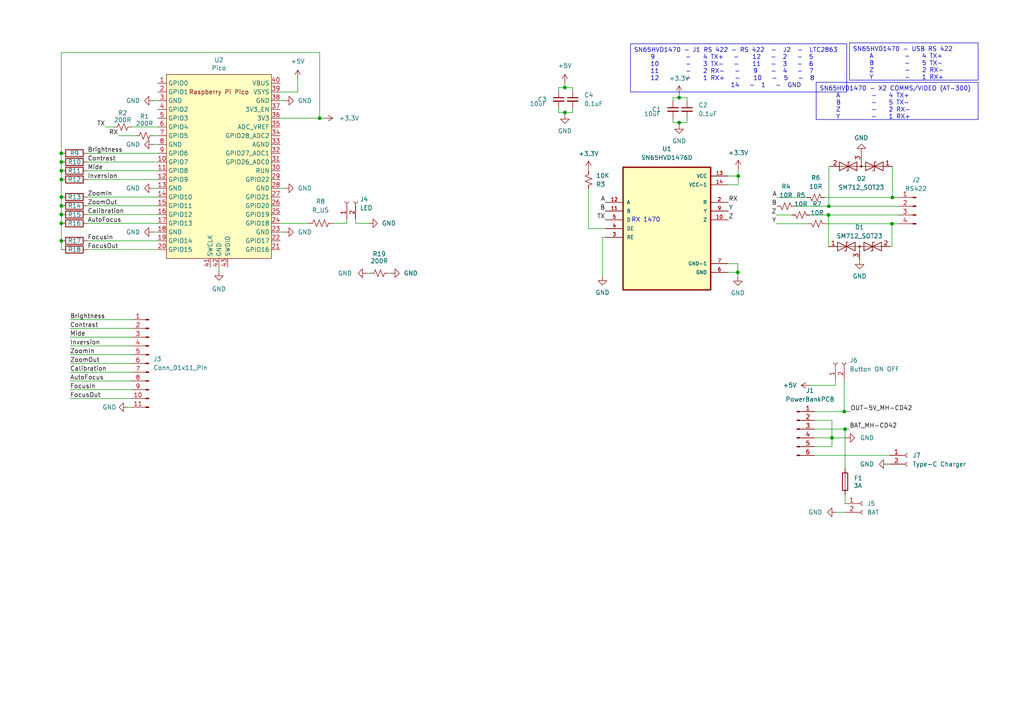
<source format=kicad_sch>
(kicad_sch (version 20231120) (generator "eeschema") (generator_version "8.0")
  (paper "A4")
  (lib_symbols
    (symbol "Connector:Conn_01x02_Socket" (pin_names (offset 1.016) hide)
      (property "Reference" "J" (at 0 2.54 0))
      (property "Value" "Conn_01x02_Socket" (at 0 -5.08 0))
      (symbol "Conn_01x02_Socket_1_1"
        (arc (start 0 -2.032) (mid -0.5058 -2.54) (end 0 -3.048) (stroke (width 0.1524)))
        (polyline (pts (xy -1.27 -2.54) (xy -0.508 -2.54)) (stroke (width 0.1524)))
        (polyline (pts (xy -1.27 0) (xy -0.508 0)) (stroke (width 0.1524)))
        (arc (start 0 0.508) (mid -0.5058 0) (end 0 -0.508) (stroke (width 0.1524)))
        (pin passive line (at -5.08 0 0) (length 3.81) (name "Pin_1") (number "1"))
        (pin passive line (at -5.08 -2.54 0) (length 3.81) (name "Pin_2") (number "2"))
      )
    )
    (symbol "Connector:Conn_01x04_Pin" (pin_names (offset 1.016) hide)
      (property "Reference" "J" (at 0 5.08 0))
      (property "Value" "Conn_01x04_Pin" (at 0 -7.62 0))
      (symbol "Conn_01x04_Pin_1_1"
        (polyline (pts (xy 1.27 -5.08) (xy 0.8636 -5.08)) (stroke (width 0.1524)))
        (polyline (pts (xy 1.27 -2.54) (xy 0.8636 -2.54)) (stroke (width 0.1524)))
        (polyline (pts (xy 1.27 0) (xy 0.8636 0)) (stroke (width 0.1524)))
        (polyline (pts (xy 1.27 2.54) (xy 0.8636 2.54)) (stroke (width 0.1524)))
        (rectangle (start 0.8636 -4.953) (end 0 -5.207) (stroke (width 0.1524)) (fill (type outline)))
        (rectangle (start 0.8636 -2.413) (end 0 -2.667) (stroke (width 0.1524)) (fill (type outline)))
        (rectangle (start 0.8636 0.127) (end 0 -0.127) (stroke (width 0.1524)) (fill (type outline)))
        (rectangle (start 0.8636 2.667) (end 0 2.413) (stroke (width 0.1524)) (fill (type outline)))
        (pin passive line (at 5.08 2.54 180) (length 3.81) (name "Pin_1") (number "1"))
        (pin passive line (at 5.08 0 180) (length 3.81) (name "Pin_2") (number "2"))
        (pin passive line (at 5.08 -2.54 180) (length 3.81) (name "Pin_3") (number "3"))
        (pin passive line (at 5.08 -5.08 180) (length 3.81) (name "Pin_4") (number "4"))
      )
    )
    (symbol "Connector:Conn_01x06_Pin" (pin_names (offset 1.016) hide)
      (property "Reference" "J" (at 0 7.62 0))
      (property "Value" "Conn_01x06_Pin" (at 0 -10.16 0))
      (symbol "Conn_01x06_Pin_1_1"
        (polyline (pts (xy 1.27 -7.62) (xy 0.8636 -7.62)) (stroke (width 0.1524)))
        (polyline (pts (xy 1.27 -5.08) (xy 0.8636 -5.08)) (stroke (width 0.1524)))
        (polyline (pts (xy 1.27 -2.54) (xy 0.8636 -2.54)) (stroke (width 0.1524)))
        (polyline (pts (xy 1.27 0) (xy 0.8636 0)) (stroke (width 0.1524)))
        (polyline (pts (xy 1.27 2.54) (xy 0.8636 2.54)) (stroke (width 0.1524)))
        (polyline (pts (xy 1.27 5.08) (xy 0.8636 5.08)) (stroke (width 0.1524)))
        (rectangle (start 0.8636 -7.493) (end 0 -7.747) (stroke (width 0.1524)) (fill (type outline)))
        (rectangle (start 0.8636 -4.953) (end 0 -5.207) (stroke (width 0.1524)) (fill (type outline)))
        (rectangle (start 0.8636 -2.413) (end 0 -2.667) (stroke (width 0.1524)) (fill (type outline)))
        (rectangle (start 0.8636 0.127) (end 0 -0.127) (stroke (width 0.1524)) (fill (type outline)))
        (rectangle (start 0.8636 2.667) (end 0 2.413) (stroke (width 0.1524)) (fill (type outline)))
        (rectangle (start 0.8636 5.207) (end 0 4.953) (stroke (width 0.1524)) (fill (type outline)))
        (pin passive line (at 5.08 5.08 180) (length 3.81) (name "Pin_1") (number "1"))
        (pin passive line (at 5.08 2.54 180) (length 3.81) (name "Pin_2") (number "2"))
        (pin passive line (at 5.08 0 180) (length 3.81) (name "Pin_3") (number "3"))
        (pin passive line (at 5.08 -2.54 180) (length 3.81) (name "Pin_4") (number "4"))
        (pin passive line (at 5.08 -5.08 180) (length 3.81) (name "Pin_5") (number "5"))
        (pin passive line (at 5.08 -7.62 180) (length 3.81) (name "Pin_6") (number "6"))
      )
    )
    (symbol "Connector:Conn_01x11_Pin" (pin_names (offset 1.016) hide)
      (property "Reference" "J" (at 0 15.24 0))
      (property "Value" "Conn_01x11_Pin" (at 0 -15.24 0))
      (symbol "Conn_01x11_Pin_1_1"
        (polyline (pts (xy 1.27 -12.7) (xy 0.8636 -12.7)) (stroke (width 0.1524)))
        (polyline (pts (xy 1.27 -10.16) (xy 0.8636 -10.16)) (stroke (width 0.1524)))
        (polyline (pts (xy 1.27 -7.62) (xy 0.8636 -7.62)) (stroke (width 0.1524)))
        (polyline (pts (xy 1.27 -5.08) (xy 0.8636 -5.08)) (stroke (width 0.1524)))
        (polyline (pts (xy 1.27 -2.54) (xy 0.8636 -2.54)) (stroke (width 0.1524)))
        (polyline (pts (xy 1.27 0) (xy 0.8636 0)) (stroke (width 0.1524)))
        (polyline (pts (xy 1.27 2.54) (xy 0.8636 2.54)) (stroke (width 0.1524)))
        (polyline (pts (xy 1.27 5.08) (xy 0.8636 5.08)) (stroke (width 0.1524)))
        (polyline (pts (xy 1.27 7.62) (xy 0.8636 7.62)) (stroke (width 0.1524)))
        (polyline (pts (xy 1.27 10.16) (xy 0.8636 10.16)) (stroke (width 0.1524)))
        (polyline (pts (xy 1.27 12.7) (xy 0.8636 12.7)) (stroke (width 0.1524)))
        (rectangle (start 0.8636 -12.573) (end 0 -12.827) (stroke (width 0.1524)) (fill (type outline)))
        (rectangle (start 0.8636 -10.033) (end 0 -10.287) (stroke (width 0.1524)) (fill (type outline)))
        (rectangle (start 0.8636 -7.493) (end 0 -7.747) (stroke (width 0.1524)) (fill (type outline)))
        (rectangle (start 0.8636 -4.953) (end 0 -5.207) (stroke (width 0.1524)) (fill (type outline)))
        (rectangle (start 0.8636 -2.413) (end 0 -2.667) (stroke (width 0.1524)) (fill (type outline)))
        (rectangle (start 0.8636 0.127) (end 0 -0.127) (stroke (width 0.1524)) (fill (type outline)))
        (rectangle (start 0.8636 2.667) (end 0 2.413) (stroke (width 0.1524)) (fill (type outline)))
        (rectangle (start 0.8636 5.207) (end 0 4.953) (stroke (width 0.1524)) (fill (type outline)))
        (rectangle (start 0.8636 7.747) (end 0 7.493) (stroke (width 0.1524)) (fill (type outline)))
        (rectangle (start 0.8636 10.287) (end 0 10.033) (stroke (width 0.1524)) (fill (type outline)))
        (rectangle (start 0.8636 12.827) (end 0 12.573) (stroke (width 0.1524)) (fill (type outline)))
        (pin passive line (at 5.08 12.7 180) (length 3.81) (name "Pin_1") (number "1"))
        (pin passive line (at 5.08 -10.16 180) (length 3.81) (name "Pin_10") (number "10"))
        (pin passive line (at 5.08 -12.7 180) (length 3.81) (name "Pin_11") (number "11"))
        (pin passive line (at 5.08 10.16 180) (length 3.81) (name "Pin_2") (number "2"))
        (pin passive line (at 5.08 7.62 180) (length 3.81) (name "Pin_3") (number "3"))
        (pin passive line (at 5.08 5.08 180) (length 3.81) (name "Pin_4") (number "4"))
        (pin passive line (at 5.08 2.54 180) (length 3.81) (name "Pin_5") (number "5"))
        (pin passive line (at 5.08 0 180) (length 3.81) (name "Pin_6") (number "6"))
        (pin passive line (at 5.08 -2.54 180) (length 3.81) (name "Pin_7") (number "7"))
        (pin passive line (at 5.08 -5.08 180) (length 3.81) (name "Pin_8") (number "8"))
        (pin passive line (at 5.08 -7.62 180) (length 3.81) (name "Pin_9") (number "9"))
      )
    )
    (symbol "Device:C_Small" (pin_numbers hide) (pin_names (offset 0.254) hide)
      (property "Reference" "C" (at 0.254 1.778 0))
      (property "Value" "C_Small" (at 0.254 -2.032 0))
      (symbol "C_Small_0_1"
        (polyline (pts (xy -1.524 -0.508) (xy 1.524 -0.508)) (stroke (width 0.3302)))
        (polyline (pts (xy -1.524 0.508) (xy 1.524 0.508)) (stroke (width 0.3048)))
      )
      (symbol "C_Small_1_1"
        (pin passive line (at 0 2.54 270) (length 2.032) (name "~") (number "1"))
        (pin passive line (at 0 -2.54 90) (length 2.032) (name "~") (number "2"))
      )
    )
    (symbol "Device:Fuse" (pin_numbers hide) (pin_names (offset 0))
      (property "Reference" "F" (at 2.032 0 90))
      (property "Value" "Fuse" (at -1.905 0 90))
      (symbol "Fuse_0_1"
        (rectangle (start -0.762 -2.54) (end 0.762 2.54) (stroke (width 0.254)))
        (polyline (pts (xy 0 2.54) (xy 0 -2.54)))
      )
      (symbol "Fuse_1_1"
        (pin passive line (at 0 3.81 270) (length 1.27) (name "~") (number "1"))
        (pin passive line (at 0 -3.81 90) (length 1.27) (name "~") (number "2"))
      )
    )
    (symbol "Device:R" (pin_numbers hide) (pin_names (offset 0))
      (property "Reference" "R" (at 2.032 0 90))
      (property "Value" "R" (at 0 0 90))
      (symbol "R_0_1"
        (rectangle (start -1.016 -2.54) (end 1.016 2.54) (stroke (width 0.254)))
      )
      (symbol "R_1_1"
        (pin passive line (at 0 3.81 270) (length 1.27) (name "~") (number "1"))
        (pin passive line (at 0 -3.81 90) (length 1.27) (name "~") (number "2"))
      )
    )
    (symbol "Device:R_Small_US" (pin_numbers hide) (pin_names (offset 0.254) hide)
      (property "Reference" "R" (at 0.762 0.508 0))
      (property "Value" "R_Small_US" (at 0.762 -1.016 0))
      (symbol "R_Small_US_1_1"
        (polyline (pts (xy 0 0) (xy 1.016 -0.381) (xy 0 -0.762) (xy -1.016 -1.143) (xy 0 -1.524)))
        (polyline (pts (xy 0 1.524) (xy 1.016 1.143) (xy 0 0.762) (xy -1.016 0.381) (xy 0 0)))
        (pin passive line (at 0 2.54 270) (length 1.016) (name "~") (number "1"))
        (pin passive line (at 0 -2.54 90) (length 1.016) (name "~") (number "2"))
      )
    )
    (symbol "Device:R_US" (pin_numbers hide) (pin_names (offset 0))
      (property "Reference" "R" (at 2.54 0 90))
      (property "Value" "R_US" (at -2.54 0 90))
      (symbol "R_US_0_1"
        (polyline (pts (xy 0 -2.286) (xy 0 -2.54)))
        (polyline (pts (xy 0 2.286) (xy 0 2.54)))
        (polyline (pts (xy 0 -0.762) (xy 1.016 -1.143) (xy 0 -1.524) (xy -1.016 -1.905) (xy 0 -2.286)))
        (polyline (pts (xy 0 0.762) (xy 1.016 0.381) (xy 0 0) (xy -1.016 -0.381) (xy 0 -0.762)))
        (polyline (pts (xy 0 2.286) (xy 1.016 1.905) (xy 0 1.524) (xy -1.016 1.143) (xy 0 0.762)))
      )
      (symbol "R_US_1_1"
        (pin passive line (at 0 3.81 270) (length 1.27) (name "~") (number "1"))
        (pin passive line (at 0 -3.81 90) (length 1.27) (name "~") (number "2"))
      )
    )
    (symbol "Diode:SM712_SOT23" (pin_names (offset 1.016) hide)
      (property "Reference" "D" (at 0 4.445 0))
      (property "Value" "SM712_SOT23" (at 0 2.54 0))
      (symbol "SM712_SOT23_0_0"
        (polyline (pts (xy 0 -1.27) (xy 0 0)))
      )
      (symbol "SM712_SOT23_0_1"
        (polyline (pts (xy -6.35 0) (xy 6.35 0)))
        (polyline (pts (xy -3.302 1.27) (xy -3.81 1.27) (xy -3.81 -1.27) (xy -4.318 -1.27)) (stroke (width 0.2032)))
        (polyline (pts (xy 4.318 1.27) (xy 3.81 1.27) (xy 3.81 -1.27) (xy 3.302 -1.27)) (stroke (width 0.2032)))
        (polyline (pts (xy -6.35 -1.27) (xy -1.27 1.27) (xy -1.27 -1.27) (xy -6.35 1.27) (xy -6.35 -1.27)) (stroke (width 0.2032)))
        (polyline (pts (xy 1.27 -1.27) (xy 1.27 1.27) (xy 6.35 -1.27) (xy 6.35 1.27) (xy 1.27 -1.27)) (stroke (width 0.2032)))
        (circle (center 0 0) (radius 0.254) (fill (type outline)))
      )
      (symbol "SM712_SOT23_1_1"
        (pin passive line (at -8.89 0 0) (length 2.54) (name "A1") (number "1"))
        (pin passive line (at 8.89 0 180) (length 2.54) (name "A2") (number "2"))
        (pin input line (at 0 -3.81 90) (length 2.54) (name "common") (number "3"))
      )
    )
    (symbol "GND_1" (power) (pin_numbers hide) (pin_names (offset 0) hide)
      (property "Value" "GND" (at 0 -3.81 0))
      (symbol "GND_1_0_1"
        (polyline (pts (xy 0 0) (xy 0 -1.27) (xy 1.27 -1.27) (xy 0 -2.54) (xy -1.27 -1.27) (xy 0 -1.27)))
      )
      (symbol "GND_1_1_1"
        (pin power_in line (at 0 0 270) (length 0) (name "~") (number "1"))
      )
    )
    (symbol "MCU_RaspberryPi_and_Boards:Pico"
      (property "Reference" "U" (at -13.97 27.94 0))
      (property "Value" "Pico" (at 0 19.05 0))
      (symbol "Pico_0_0"
        (text "Raspberry Pi Pico" (at 0 21.59 0) (effects (font (size 1.27 1.27))))
      )
      (symbol "Pico_0_1"
        (rectangle (start -15.24 26.67) (end 15.24 -26.67) (fill (type background)))
      )
      (symbol "Pico_1_1"
        (pin bidirectional line (at -17.78 24.13 0) (length 2.54) (name "GPIO0") (number "1"))
        (pin bidirectional line (at -17.78 1.27 0) (length 2.54) (name "GPIO7") (number "10"))
        (pin bidirectional line (at -17.78 -1.27 0) (length 2.54) (name "GPIO8") (number "11"))
        (pin bidirectional line (at -17.78 -3.81 0) (length 2.54) (name "GPIO9") (number "12"))
        (pin power_in line (at -17.78 -6.35 0) (length 2.54) (name "GND") (number "13"))
        (pin bidirectional line (at -17.78 -8.89 0) (length 2.54) (name "GPIO10") (number "14"))
        (pin bidirectional line (at -17.78 -11.43 0) (length 2.54) (name "GPIO11") (number "15"))
        (pin bidirectional line (at -17.78 -13.97 0) (length 2.54) (name "GPIO12") (number "16"))
        (pin bidirectional line (at -17.78 -16.51 0) (length 2.54) (name "GPIO13") (number "17"))
        (pin power_in line (at -17.78 -19.05 0) (length 2.54) (name "GND") (number "18"))
        (pin bidirectional line (at -17.78 -21.59 0) (length 2.54) (name "GPIO14") (number "19"))
        (pin bidirectional line (at -17.78 21.59 0) (length 2.54) (name "GPIO1") (number "2"))
        (pin bidirectional line (at -17.78 -24.13 0) (length 2.54) (name "GPIO15") (number "20"))
        (pin bidirectional line (at 17.78 -24.13 180) (length 2.54) (name "GPIO16") (number "21"))
        (pin bidirectional line (at 17.78 -21.59 180) (length 2.54) (name "GPIO17") (number "22"))
        (pin power_in line (at 17.78 -19.05 180) (length 2.54) (name "GND") (number "23"))
        (pin bidirectional line (at 17.78 -16.51 180) (length 2.54) (name "GPIO18") (number "24"))
        (pin bidirectional line (at 17.78 -13.97 180) (length 2.54) (name "GPIO19") (number "25"))
        (pin bidirectional line (at 17.78 -11.43 180) (length 2.54) (name "GPIO20") (number "26"))
        (pin bidirectional line (at 17.78 -8.89 180) (length 2.54) (name "GPIO21") (number "27"))
        (pin power_in line (at 17.78 -6.35 180) (length 2.54) (name "GND") (number "28"))
        (pin bidirectional line (at 17.78 -3.81 180) (length 2.54) (name "GPIO22") (number "29"))
        (pin power_in line (at -17.78 19.05 0) (length 2.54) (name "GND") (number "3"))
        (pin input line (at 17.78 -1.27 180) (length 2.54) (name "RUN") (number "30"))
        (pin bidirectional line (at 17.78 1.27 180) (length 2.54) (name "GPIO26_ADC0") (number "31"))
        (pin bidirectional line (at 17.78 3.81 180) (length 2.54) (name "GPIO27_ADC1") (number "32"))
        (pin power_in line (at 17.78 6.35 180) (length 2.54) (name "AGND") (number "33"))
        (pin bidirectional line (at 17.78 8.89 180) (length 2.54) (name "GPIO28_ADC2") (number "34"))
        (pin power_in line (at 17.78 11.43 180) (length 2.54) (name "ADC_VREF") (number "35"))
        (pin power_in line (at 17.78 13.97 180) (length 2.54) (name "3V3") (number "36"))
        (pin input line (at 17.78 16.51 180) (length 2.54) (name "3V3_EN") (number "37"))
        (pin bidirectional line (at 17.78 19.05 180) (length 2.54) (name "GND") (number "38"))
        (pin power_in line (at 17.78 21.59 180) (length 2.54) (name "VSYS") (number "39"))
        (pin bidirectional line (at -17.78 16.51 0) (length 2.54) (name "GPIO2") (number "4"))
        (pin power_in line (at 17.78 24.13 180) (length 2.54) (name "VBUS") (number "40"))
        (pin input line (at -2.54 -29.21 90) (length 2.54) (name "SWCLK") (number "41"))
        (pin power_in line (at 0 -29.21 90) (length 2.54) (name "GND") (number "42"))
        (pin bidirectional line (at 2.54 -29.21 90) (length 2.54) (name "SWDIO") (number "43"))
        (pin bidirectional line (at -17.78 13.97 0) (length 2.54) (name "GPIO3") (number "5"))
        (pin bidirectional line (at -17.78 11.43 0) (length 2.54) (name "GPIO4") (number "6"))
        (pin bidirectional line (at -17.78 8.89 0) (length 2.54) (name "GPIO5") (number "7"))
        (pin power_in line (at -17.78 6.35 0) (length 2.54) (name "GND") (number "8"))
        (pin bidirectional line (at -17.78 3.81 0) (length 2.54) (name "GPIO6") (number "9"))
      )
    )
    (symbol "SN65HVD1476D:SN65HVD1476D" (pin_names (offset 1.016))
      (property "Reference" "U" (at -12.7 18.78 0))
      (property "Value" "SN65HVD1476D" (at -12.7 -21.78 0))
      (symbol "SN65HVD1476D_0_0"
        (rectangle (start -12.7 -17.78) (end 12.7 17.78) (stroke (width 0.41)) (fill (type background)))
        (pin output line (at 17.78 2.54 180) (length 5.08) (name "Z") (number "10"))
        (pin input line (at -17.78 5.08 0) (length 5.08) (name "B") (number "11"))
        (pin input line (at -17.78 7.62 0) (length 5.08) (name "A") (number "12"))
        (pin power_in line (at 17.78 15.24 180) (length 5.08) (name "VCC") (number "13"))
        (pin power_in line (at 17.78 12.7 180) (length 5.08) (name "VCC-1") (number "14"))
        (pin output line (at 17.78 7.62 180) (length 5.08) (name "R") (number "2"))
        (pin input line (at -17.78 -2.54 0) (length 5.08) (name "RE") (number "3"))
        (pin input line (at -17.78 0 0) (length 5.08) (name "DE") (number "4"))
        (pin input line (at -17.78 2.54 0) (length 5.08) (name "D") (number "5"))
        (pin power_in line (at 17.78 -12.7 180) (length 5.08) (name "GND") (number "6"))
        (pin power_in line (at 17.78 -10.16 180) (length 5.08) (name "GND-1") (number "7"))
        (pin output line (at 17.78 5.08 180) (length 5.08) (name "Y") (number "9"))
      )
    )
    (symbol "power:+3.3V" (power) (pin_names (offset 0))
      (property "Value" "+3.3V" (at 0 3.556 0))
      (symbol "+3.3V_0_1"
        (polyline (pts (xy -0.762 1.27) (xy 0 2.54)))
        (polyline (pts (xy 0 0) (xy 0 2.54)))
        (polyline (pts (xy 0 2.54) (xy 0.762 1.27)))
      )
      (symbol "+3.3V_1_1"
        (pin power_in line (at 0 0 90) (length 0) hide (name "+3.3V") (number "1"))
      )
    )
    (symbol "power:+5V" (power) (pin_names (offset 0))
      (property "Value" "+5V" (at 0 3.556 0))
      (symbol "+5V_0_1"
        (polyline (pts (xy -0.762 1.27) (xy 0 2.54)))
        (polyline (pts (xy 0 0) (xy 0 2.54)))
        (polyline (pts (xy 0 2.54) (xy 0.762 1.27)))
      )
      (symbol "+5V_1_1"
        (pin power_in line (at 0 0 90) (length 0) hide (name "+5V") (number "1"))
      )
    )
    (symbol "power:GND" (power) (pin_names (offset 0))
      (property "Value" "GND" (at 0 -3.81 0))
      (symbol "GND_0_1"
        (polyline (pts (xy 0 0) (xy 0 -1.27) (xy 1.27 -1.27) (xy 0 -2.54) (xy -1.27 -1.27) (xy 0 -1.27)))
      )
      (symbol "GND_1_1"
        (pin power_in line (at 0 0 270) (length 0) hide (name "GND") (number "1"))
      )
    )
  )
  (junction (at 17.78 49.53))
  (junction (at 214.122 51.054))
  (junction (at 17.78 59.69))
  (junction (at 241.3 127))
  (junction (at 240.411 59.817))
  (junction (at 17.78 64.77))
  (junction (at 17.78 52.07))
  (junction (at 196.977 28.321))
  (junction (at 258.826 57.277))
  (junction (at 17.78 44.45))
  (junction (at 244.856 119.38))
  (junction (at 17.78 57.15))
  (junction (at 17.78 62.23))
  (junction (at 163.83 25.4))
  (junction (at 196.977 35.56))
  (junction (at 240.284 62.357))
  (junction (at 163.83 32.639))
  (junction (at 17.78 69.85))
  (junction (at 245.11 124.46))
  (junction (at 17.78 46.99))
  (junction (at 92.71 34.29))
  (junction (at 213.995 78.994))
  (junction (at 258.699 64.897))
  (wire (pts (xy 170.688 54.737) (xy 170.688 66.294)))
  (wire (pts (xy 17.78 64.77) (xy 17.78 62.23)))
  (wire (pts (xy 166.116 32.639) (xy 166.116 31.369)))
  (wire (pts (xy 20.32 102.87) (xy 38.1 102.87)))
  (wire (pts (xy 86.36 22.86) (xy 86.36 26.67)))
  (wire (pts (xy 240.284 71.501) (xy 240.284 62.357)))
  (wire (pts (xy 163.83 25.4) (xy 166.116 25.4)))
  (wire (pts (xy 25.4 59.69) (xy 45.72 59.69)))
  (wire (pts (xy 213.995 78.994) (xy 213.995 76.454)))
  (wire (pts (xy 37.084 118.11) (xy 38.1 118.11)))
  (wire (pts (xy 196.977 35.56) (xy 199.263 35.56)))
  (wire (pts (xy 196.977 28.321) (xy 199.263 28.321)))
  (wire (pts (xy 211.328 63.754) (xy 211.201 63.754)))
  (wire (pts (xy 163.83 24.13) (xy 163.83 25.4)))
  (wire (pts (xy 211.201 53.594) (xy 214.122 53.594)))
  (wire (pts (xy 20.32 92.71) (xy 38.1 92.71)))
  (wire (pts (xy 174.752 80.137) (xy 174.752 68.834)))
  (wire (pts (xy 240.411 48.26) (xy 240.411 59.817)))
  (wire (pts (xy 225.298 59.817) (xy 225.425 59.817)))
  (wire (pts (xy 195.199 28.321) (xy 196.977 28.321)))
  (wire (pts (xy 17.78 52.07) (xy 17.78 49.53)))
  (wire (pts (xy 213.995 76.454) (xy 211.201 76.454)))
  (wire (pts (xy 211.201 51.054) (xy 214.122 51.054)))
  (wire (pts (xy 81.28 64.77) (xy 89.154 64.77)))
  (wire (pts (xy 195.199 34.29) (xy 195.199 35.56)))
  (wire (pts (xy 17.78 62.23) (xy 17.78 59.69)))
  (wire (pts (xy 175.514 63.754) (xy 175.641 63.754)))
  (wire (pts (xy 196.977 36.195) (xy 196.977 35.56)))
  (wire (pts (xy 199.263 28.321) (xy 199.263 29.21)))
  (wire (pts (xy 20.32 95.25) (xy 38.1 95.25)))
  (wire (pts (xy 82.55 67.31) (xy 81.28 67.31)))
  (wire (pts (xy 245.11 143.51) (xy 245.11 146.05)))
  (wire (pts (xy 163.83 32.639) (xy 166.116 32.639)))
  (wire (pts (xy 25.4 46.99) (xy 45.72 46.99)))
  (wire (pts (xy 258.826 48.26) (xy 258.826 57.277)))
  (wire (pts (xy 163.83 33.274) (xy 163.83 32.639)))
  (wire (pts (xy 240.411 71.501) (xy 240.284 71.501)))
  (wire (pts (xy 249.809 44.323) (xy 249.809 44.45)))
  (wire (pts (xy 17.78 44.45) (xy 17.78 15.24)))
  (wire (pts (xy 25.4 52.07) (xy 45.72 52.07)))
  (wire (pts (xy 25.4 69.85) (xy 45.72 69.85)))
  (wire (pts (xy 175.514 61.214) (xy 175.641 61.214)))
  (wire (pts (xy 241.3 129.54) (xy 241.3 127)))
  (wire (pts (xy 174.752 68.834) (xy 175.641 68.834)))
  (wire (pts (xy 34.29 39.37) (xy 39.37 39.37)))
  (wire (pts (xy 236.22 121.92) (xy 241.3 121.92)))
  (wire (pts (xy 230.505 59.817) (xy 240.411 59.817)))
  (wire (pts (xy 44.45 54.61) (xy 45.72 54.61)))
  (wire (pts (xy 195.199 29.21) (xy 195.199 28.321)))
  (wire (pts (xy 211.328 61.214) (xy 211.201 61.214)))
  (wire (pts (xy 25.4 62.23) (xy 45.72 62.23)))
  (wire (pts (xy 236.22 127) (xy 241.3 127)))
  (wire (pts (xy 213.995 80.264) (xy 213.995 78.994)))
  (wire (pts (xy 25.4 44.45) (xy 45.72 44.45)))
  (wire (pts (xy 106.426 79.248) (xy 107.442 79.248)))
  (wire (pts (xy 86.36 26.67) (xy 81.28 26.67)))
  (wire (pts (xy 103.124 64.77) (xy 106.934 64.77)))
  (wire (pts (xy 44.45 39.37) (xy 45.72 39.37)))
  (wire (pts (xy 258.826 57.277) (xy 260.604 57.277)))
  (wire (pts (xy 25.4 64.77) (xy 45.72 64.77)))
  (wire (pts (xy 241.3 121.92) (xy 241.3 127)))
  (wire (pts (xy 44.45 41.91) (xy 45.72 41.91)))
  (wire (pts (xy 162.052 31.369) (xy 162.052 32.639)))
  (wire (pts (xy 100.584 64.77) (xy 100.584 63.5)))
  (wire (pts (xy 17.78 49.53) (xy 17.78 46.99)))
  (wire (pts (xy 17.78 72.39) (xy 17.78 69.85)))
  (wire (pts (xy 244.856 119.38) (xy 244.856 110.236)))
  (wire (pts (xy 234.823 62.357) (xy 240.284 62.357)))
  (wire (pts (xy 170.688 49.276) (xy 170.688 49.657)))
  (wire (pts (xy 236.22 129.54) (xy 241.3 129.54)))
  (wire (pts (xy 44.45 67.31) (xy 45.72 67.31)))
  (wire (pts (xy 240.919 48.26) (xy 240.411 48.26)))
  (wire (pts (xy 246.38 124.46) (xy 245.11 124.46)))
  (wire (pts (xy 236.22 132.08) (xy 258.064 132.08)))
  (wire (pts (xy 113.284 79.248) (xy 112.522 79.248)))
  (wire (pts (xy 17.78 59.69) (xy 17.78 57.15)))
  (wire (pts (xy 240.284 62.357) (xy 260.604 62.357)))
  (wire (pts (xy 20.32 105.41) (xy 38.1 105.41)))
  (wire (pts (xy 44.45 29.21) (xy 45.72 29.21)))
  (wire (pts (xy 225.171 62.357) (xy 229.743 62.357)))
  (wire (pts (xy 258.699 64.897) (xy 260.604 64.897)))
  (wire (pts (xy 20.32 110.49) (xy 38.1 110.49)))
  (wire (pts (xy 175.514 58.674) (xy 175.641 58.674)))
  (wire (pts (xy 63.5 77.47) (xy 63.5 78.74)))
  (wire (pts (xy 162.052 26.289) (xy 162.052 25.4)))
  (wire (pts (xy 257.556 134.62) (xy 258.064 134.62)))
  (wire (pts (xy 245.364 127) (xy 241.3 127)))
  (wire (pts (xy 92.71 34.29) (xy 93.98 34.29)))
  (wire (pts (xy 239.522 64.897) (xy 258.699 64.897)))
  (wire (pts (xy 17.78 69.85) (xy 17.78 64.77)))
  (wire (pts (xy 25.4 72.39) (xy 45.72 72.39)))
  (wire (pts (xy 96.774 64.77) (xy 100.584 64.77)))
  (wire (pts (xy 258.699 48.26) (xy 258.826 48.26)))
  (wire (pts (xy 166.116 25.4) (xy 166.116 26.289)))
  (wire (pts (xy 82.55 54.61) (xy 81.28 54.61)))
  (wire (pts (xy 244.856 119.38) (xy 246.634 119.38)))
  (wire (pts (xy 170.688 66.294) (xy 175.641 66.294)))
  (wire (pts (xy 81.28 34.29) (xy 92.71 34.29)))
  (wire (pts (xy 82.55 29.21) (xy 81.28 29.21)))
  (wire (pts (xy 236.22 119.38) (xy 244.856 119.38)))
  (wire (pts (xy 195.199 35.56) (xy 196.977 35.56)))
  (wire (pts (xy 92.71 15.24) (xy 92.71 34.29)))
  (wire (pts (xy 258.699 64.897) (xy 258.699 71.501)))
  (wire (pts (xy 162.052 32.639) (xy 163.83 32.639)))
  (wire (pts (xy 249.301 75.438) (xy 249.301 75.311)))
  (wire (pts (xy 17.78 46.99) (xy 17.78 44.45)))
  (wire (pts (xy 20.32 113.03) (xy 38.1 113.03)))
  (wire (pts (xy 225.298 57.277) (xy 234.061 57.277)))
  (wire (pts (xy 103.124 63.5) (xy 103.124 64.77)))
  (wire (pts (xy 214.122 53.594) (xy 214.122 51.054)))
  (wire (pts (xy 30.48 36.83) (xy 33.02 36.83)))
  (wire (pts (xy 17.78 57.15) (xy 17.78 52.07)))
  (wire (pts (xy 162.052 25.4) (xy 163.83 25.4)))
  (wire (pts (xy 196.977 27.432) (xy 196.977 28.321)))
  (wire (pts (xy 258.699 71.501) (xy 258.191 71.501)))
  (wire (pts (xy 236.22 124.46) (xy 245.11 124.46)))
  (wire (pts (xy 240.411 59.817) (xy 260.604 59.817)))
  (wire (pts (xy 25.4 57.15) (xy 45.72 57.15)))
  (wire (pts (xy 242.316 111.76) (xy 234.95 111.76)))
  (wire (pts (xy 242.316 110.236) (xy 242.316 111.76)))
  (wire (pts (xy 242.57 148.59) (xy 245.11 148.59)))
  (wire (pts (xy 245.11 124.46) (xy 245.11 135.89)))
  (wire (pts (xy 17.78 15.24) (xy 92.71 15.24)))
  (wire (pts (xy 211.201 78.994) (xy 213.995 78.994)))
  (wire (pts (xy 214.122 51.054) (xy 214.122 49.022)))
  (wire (pts (xy 199.263 35.56) (xy 199.263 34.29)))
  (wire (pts (xy 239.141 57.277) (xy 258.826 57.277)))
  (wire (pts (xy 25.4 49.53) (xy 45.72 49.53)))
  (wire (pts (xy 38.1 36.83) (xy 45.72 36.83)))
  (wire (pts (xy 20.32 107.95) (xy 38.1 107.95)))
  (wire (pts (xy 211.328 58.674) (xy 211.201 58.674)))
  (wire (pts (xy 20.32 100.33) (xy 38.1 100.33)))
  (wire (pts (xy 225.171 64.897) (xy 234.442 64.897)))
  (wire (pts (xy 20.32 97.79) (xy 38.1 97.79)))
  (wire (pts (xy 20.32 115.57) (xy 38.1 115.57)))
  (text_box "SN65HVD1470 - J1 RS 422 - RS 422  -  J2  -  LTC2863\n	9 		- 	4 TX+   -    12   -  2   -  5\n	10 		- 	3 TX-   -    11   -  3   -  6\n	11 		- 	2 RX-   -    9    -  4   -  7\n	12 		- 	1 RX+   -    10   -  5   -  8\n                             14   -  1   -  GND" (at 182.88 12.7 0) (size 62.7126 13.97) (effects (font (size 1.27 1.27)) (justify left top)))
  (text_box "SN65HVD1470 - X2 COMMS/VIDEO (AT-300)\n	A 		- 	4 TX+\n	B 		- 	5 TX-\n	Z 		- 	2 RX-\n	Y 		- 	1 RX+" (at 236.728 23.876 0) (size 46.9646 10.795) (effects (font (size 1.27 1.27)) (justify left top)))
  (text_box "SN65HVD1470 - USB RS 422\n	A 		- 	4 TX+\n	B 		- 	5 TX-\n	Z 		- 	2 RX-\n	Y 		- 	1 RX+" (at 246.38 12.446 0) (size 37.3126 10.795) (effects (font (size 1.27 1.27)) (justify left top)))
  (text "RX 1470" (at 187.325 63.881 0) (effects (font (size 1.27 1.27))))
  (label "AutoFocus" (at 20.32 110.49 0))
  (label "Y" (at 211.328 61.214 0))
  (label "Contrast" (at 20.32 95.25 0))
  (label "TX" (at 175.514 63.754 180))
  (label "Mide" (at 20.32 97.79 0))
  (label "ZoomOut" (at 25.4 59.69 0))
  (label "Contrast" (at 25.4 46.99 0))
  (label "Z" (at 225.171 62.357 180))
  (label "RX" (at 34.29 39.37 180))
  (label "OUT-5V_MH-CD42" (at 246.634 119.38 0))
  (label "Brightness" (at 25.4 44.45 0))
  (label "RX" (at 211.328 58.674 0))
  (label "TX" (at 30.48 36.83 180))
  (label "Y" (at 225.171 64.897 180))
  (label "Mide" (at 25.4 49.53 0))
  (label "Inversion" (at 20.32 100.33 0))
  (label "ZoomIn" (at 25.4 57.15 0))
  (label "Calibration" (at 20.32 107.95 0))
  (label "ZoomIn" (at 20.32 102.87 0))
  (label "Calibration" (at 25.4 62.23 0))
  (label "B" (at 225.298 59.817 180))
  (label "BAT_MH-CD42" (at 246.38 124.46 0))
  (label "ZoomOut" (at 20.32 105.41 0))
  (label "FocusIn" (at 25.4 69.85 0))
  (label "Z" (at 211.328 63.754 0))
  (label "FocusOut" (at 25.4 72.39 0))
  (label "FocusIn" (at 20.32 113.03 0))
  (label "Inversion" (at 25.4 52.07 0))
  (label "A" (at 225.298 57.277 180))
  (label "AutoFocus" (at 25.4 64.77 0))
  (label "B" (at 175.514 61.214 180))
  (label "FocusOut" (at 20.32 115.57 0))
  (label "Brightness" (at 20.32 92.71 0))
  (label "A" (at 175.514 58.674 180))
  (symbol (lib_id "Device:C_Small") (at 166.116 28.829 0) (unit 1)
    (property "Reference" "C4" (at 169.418 27.5653 0) (effects (justify left)))
    (property "Value" "0.1uF" (at 169.418 30.1053 0) (effects (justify left)))
    (property "Footprint" "Capacitor_SMD:C_0603_1608Metric" (effects (hide yes)))
  )
  (symbol (lib_id "Connector:Conn_01x11_Pin") (at 43.18 105.41 0) (mirror y) (unit 1)
    (property "Reference" "J3" (at 44.45 104.1399 0) (effects (justify right)))
    (property "Value" "Conn_01x11_Pin" (at 44.45 106.6799 0) (effects (justify right)))
    (property "Footprint" "Connector_PinHeader_2.54mm:PinHeader_1x11_P2.54mm_Vertical" (effects (hide yes)))
    (property "Description" "Generic connector, single row, 01x11, script generated" (effects (hide yes)))
  )
  (symbol (lib_id "Connector:Conn_01x06_Pin") (at 231.14 124.46 0) (unit 1)
    (property "Reference" "J1" (at 234.95 113.284 0))
    (property "Value" "PowerBankPCB" (at 234.95 115.824 0))
    (property "Footprint" "Connector_PinHeader_2.54mm:PinHeader_1x06_P2.54mm_Vertical" (effects (hide yes)))
    (property "Description" "Generic connector, single row, 01x06, script generated" (effects (hide yes)))
  )
  (symbol (lib_id "power:GND") (at 213.995 80.264 0) (unit 1)
    (property "Reference" "#PWR07" (effects (hide yes)))
    (property "Value" "GND" (at 213.995 84.963 0))
  )
  (symbol (lib_name "GND_1") (lib_id "power:GND") (at 44.45 54.61 270) (unit 1)
    (property "Reference" "#PWR014" (effects (hide yes)))
    (property "Value" "GND" (at 40.64 54.6099 90) (effects (justify right)))
    (property "Description" "Power symbol creates a global label with name \"GND\" , ground" (effects (hide yes)))
  )
  (symbol (lib_id "power:GND") (at 163.83 33.274 0) (unit 1)
    (property "Reference" "#PWR024" (effects (hide yes)))
    (property "Value" "GND" (at 163.83 37.973 0))
  )
  (symbol (lib_id "Device:R") (at 21.59 59.69 90) (unit 1)
    (property "Reference" "R14" (at 21.59 59.69 90))
    (property "Value" "R" (effects (hide yes)))
    (property "Footprint" "Resistor_SMD:R_0603_1608Metric" (effects (hide yes)))
    (property "Description" "Resistor" (effects (hide yes)))
  )
  (symbol (lib_id "MCU_RaspberryPi_and_Boards:Pico") (at 63.5 48.26 0) (unit 1)
    (property "Reference" "U2" (at 63.5 17.399 0))
    (property "Value" "Pico" (at 63.5 19.7104 0))
    (property "Footprint" "MCU_RaspberryPi_and_Boards:RPi_Pico_SMD_TH" (effects (hide yes)))
  )
  (symbol (lib_id "Device:R_Small_US") (at 232.283 62.357 270) (mirror x) (unit 1)
    (property "Reference" "R5" (at 232.283 56.642 90))
    (property "Value" "10R" (at 232.283 59.182 90))
    (property "Footprint" "Resistor_SMD:R_0603_1608Metric" (effects (hide yes)))
  )
  (symbol (lib_id "Connector:Conn_01x02_Socket") (at 250.19 146.05 0) (unit 1)
    (property "Reference" "J5" (at 251.46 146.0499 0) (effects (justify left)))
    (property "Value" "BAT" (at 251.46 148.5899 0) (effects (justify left)))
    (property "Footprint" "Connector_PinHeader_2.54mm:PinHeader_1x02_P2.54mm_Vertical" (effects (hide yes)))
    (property "Description" "Generic connector, single row, 01x02, script generated" (effects (hide yes)))
  )
  (symbol (lib_id "Device:R_Small_US") (at 170.688 52.197 0) (mirror y) (unit 1)
    (property "Reference" "R3" (at 172.847 53.467 0) (effects (justify right)))
    (property "Value" "10K" (at 172.847 50.927 0) (effects (justify right)))
    (property "Footprint" "Resistor_SMD:R_0603_1608Metric" (effects (hide yes)))
  )
  (symbol (lib_name "GND_1") (lib_id "power:GND") (at 82.55 67.31 90) (unit 1)
    (property "Reference" "#PWR016" (effects (hide yes)))
    (property "Value" "GND" (at 86.36 67.3099 90) (effects (justify right)))
    (property "Description" "Power symbol creates a global label with name \"GND\" , ground" (effects (hide yes)))
  )
  (symbol (lib_name "GND_1") (lib_id "power:GND") (at 82.55 29.21 90) (unit 1)
    (property "Reference" "#PWR018" (effects (hide yes)))
    (property "Value" "GND" (at 86.36 29.2099 90) (effects (justify right)))
    (property "Description" "Power symbol creates a global label with name \"GND\" , ground" (effects (hide yes)))
  )
  (symbol (lib_id "Connector:Conn_01x02_Socket") (at 263.144 132.08 0) (unit 1)
    (property "Reference" "J7" (at 264.668 132.0799 0) (effects (justify left)))
    (property "Value" "Type-C Charger" (at 264.668 134.6199 0) (effects (justify left)))
    (property "Footprint" "Connector_PinHeader_2.54mm:PinHeader_1x02_P2.54mm_Vertical" (effects (hide yes)))
    (property "Description" "Generic connector, single row, 01x02, script generated" (effects (hide yes)))
  )
  (symbol (lib_id "SN65HVD1476D:SN65HVD1476D") (at 193.421 66.294 0) (unit 1)
    (property "Reference" "U1" (at 193.421 43.18 0))
    (property "Value" "SN65HVD1476D" (at 193.421 45.72 0))
    (property "Footprint" "Package_SO:SOIC-14_3.9x8.7mm_P1.27mm" (effects (hide yes)))
    (property "Description" "\n3.3 V Full-Duplex RS-485, with IEC ESD, 50 Mbps, w/ Enables\n" (effects (hide yes)))
    (property "MF" "Texas Instruments" (effects (hide yes)))
    (property "Package" "SOIC-14 Texas Instruments" (effects (hide yes)))
    (property "Price" "None" (effects (hide yes)))
    (property "SnapEDA_Link" "https://www.snapeda.com/parts/SN65HVD1476D/Texas+Instruments/view-part/?ref=snap" (effects (hide yes)))
    (property "MP" "SN65HVD1476D" (effects (hide yes)))
    (property "Availability" "In Stock" (effects (hide yes)))
    (property "Check_prices" "https://www.snapeda.com/parts/SN65HVD1476D/Texas+Instruments/view-part/?ref=eda" (effects (hide yes)))
  )
  (symbol (lib_name "GND_1") (lib_id "power:GND") (at 257.556 134.62 270) (unit 1)
    (property "Reference" "#PWR027" (effects (hide yes)))
    (property "Value" "GND" (at 253.492 134.6199 90) (effects (justify right)))
    (property "Description" "Power symbol creates a global label with name \"GND\" , ground" (effects (hide yes)))
  )
  (symbol (lib_id "Device:C_Small") (at 195.199 31.75 0) (mirror y) (unit 1)
    (property "Reference" "C1" (at 191.77 31.7563 0) (effects (justify left)))
    (property "Value" "10uF" (at 191.643 33.0263 0) (effects (justify left)))
    (property "Footprint" "Capacitor_SMD:C_1206_3216Metric" (effects (hide yes)))
  )
  (symbol (lib_id "Device:R") (at 21.59 62.23 90) (unit 1)
    (property "Reference" "R15" (at 21.59 62.23 90))
    (property "Value" "R" (effects (hide yes)))
    (property "Footprint" "Resistor_SMD:R_0603_1608Metric" (effects (hide yes)))
    (property "Description" "Resistor" (effects (hide yes)))
  )
  (symbol (lib_name "GND_1") (lib_id "power:GND") (at 106.426 79.248 270) (unit 1)
    (property "Reference" "#PWR021" (effects (hide yes)))
    (property "Value" "GND" (at 102.108 79.2479 90) (effects (justify right)))
    (property "Description" "Power symbol creates a global label with name \"GND\" , ground" (effects (hide yes)))
  )
  (symbol (lib_id "Device:R_Small_US") (at 109.982 79.248 90) (unit 1)
    (property "Reference" "R19" (at 109.982 73.66 90))
    (property "Value" "200R" (at 109.982 75.692 90))
    (property "Footprint" "Resistor_SMD:R_1206_3216Metric" (effects (hide yes)))
  )
  (symbol (lib_id "power:+3.3V") (at 170.688 49.276 0) (unit 1)
    (property "Reference" "#PWR03" (effects (hide yes)))
    (property "Value" "+3.3V" (at 170.688 44.577 0))
  )
  (symbol (lib_id "Device:R") (at 21.59 57.15 90) (unit 1)
    (property "Reference" "R13" (at 21.59 57.15 90))
    (property "Value" "R" (effects (hide yes)))
    (property "Footprint" "Resistor_SMD:R_0603_1608Metric" (effects (hide yes)))
    (property "Description" "Resistor" (effects (hide yes)))
  )
  (symbol (lib_id "Device:R") (at 21.59 44.45 90) (unit 1)
    (property "Reference" "R9" (at 21.59 44.45 90))
    (property "Value" "R" (effects (hide yes)))
    (property "Footprint" "Resistor_SMD:R_0603_1608Metric" (effects (hide yes)))
    (property "Description" "Resistor" (effects (hide yes)))
  )
  (symbol (lib_id "Connector:Conn_01x02_Socket") (at 100.584 58.42 90) (unit 1)
    (property "Reference" "J4" (at 104.394 57.7849 90) (effects (justify right)))
    (property "Value" "LED" (at 104.394 60.3249 90) (effects (justify right)))
    (property "Footprint" "Connector_PinHeader_2.54mm:PinHeader_1x02_P2.54mm_Vertical" (effects (hide yes)))
    (property "Description" "Generic connector, single row, 01x02, script generated" (effects (hide yes)))
  )
  (symbol (lib_id "Device:R_Small_US") (at 35.56 36.83 90) (unit 1)
    (property "Reference" "R2" (at 35.56 32.766 90))
    (property "Value" "200R" (at 35.56 34.798 90))
    (property "Footprint" "Resistor_SMD:R_0603_1608Metric" (effects (hide yes)))
  )
  (symbol (lib_id "Device:Fuse") (at 245.11 139.7 0) (unit 1)
    (property "Reference" "F1" (at 248.92 138.684 0))
    (property "Value" "3А" (at 248.793 140.843 0))
    (property "Footprint" "Resistor_SMD:R_1812_4532Metric" (effects (hide yes)))
  )
  (symbol (lib_id "Device:R") (at 21.59 69.85 90) (unit 1)
    (property "Reference" "R17" (at 21.59 69.85 90))
    (property "Value" "R" (effects (hide yes)))
    (property "Footprint" "Resistor_SMD:R_0603_1608Metric" (effects (hide yes)))
    (property "Description" "Resistor" (effects (hide yes)))
  )
  (symbol (lib_id "power:+3.3V") (at 93.98 34.29 270) (unit 1)
    (property "Reference" "#PWR025" (effects (hide yes)))
    (property "Value" "+3.3V" (at 98.298 34.2899 90) (effects (justify left)))
  )
  (symbol (lib_name "GND_1") (lib_id "power:GND") (at 113.284 79.248 90) (unit 1)
    (property "Reference" "#PWR026" (effects (hide yes)))
    (property "Value" "GND" (at 117.094 79.2479 90) (effects (justify right)))
    (property "Description" "Power symbol creates a global label with name \"GND\" , ground" (effects (hide yes)))
  )
  (symbol (lib_id "Device:R_Small_US") (at 236.601 57.277 270) (mirror x) (unit 1)
    (property "Reference" "R6" (at 236.601 51.562 90))
    (property "Value" "10R" (at 236.601 54.102 90))
    (property "Footprint" "Resistor_SMD:R_0603_1608Metric" (effects (hide yes)))
  )
  (symbol (lib_id "Device:R_Small_US") (at 236.982 64.897 270) (mirror x) (unit 1)
    (property "Reference" "R7" (at 236.982 59.182 90))
    (property "Value" "10R" (at 236.982 61.722 90))
    (property "Footprint" "Resistor_SMD:R_0603_1608Metric" (effects (hide yes)))
  )
  (symbol (lib_id "Device:R") (at 21.59 64.77 90) (unit 1)
    (property "Reference" "R16" (at 21.59 64.77 90))
    (property "Value" "R" (effects (hide yes)))
    (property "Footprint" "Resistor_SMD:R_0603_1608Metric" (effects (hide yes)))
    (property "Description" "Resistor" (effects (hide yes)))
  )
  (symbol (lib_id "Device:C_Small") (at 162.052 28.829 0) (mirror y) (unit 1)
    (property "Reference" "C3" (at 158.623 28.8353 0) (effects (justify left)))
    (property "Value" "10uF" (at 158.496 30.1053 0) (effects (justify left)))
    (property "Footprint" "Capacitor_SMD:C_1206_3216Metric" (effects (hide yes)))
  )
  (symbol (lib_id "power:GND") (at 174.752 80.137 0) (unit 1)
    (property "Reference" "#PWR04" (effects (hide yes)))
    (property "Value" "GND" (at 174.752 84.836 0))
  )
  (symbol (lib_id "Device:C_Small") (at 199.263 31.75 0) (unit 1)
    (property "Reference" "C2" (at 202.565 30.4863 0) (effects (justify left)))
    (property "Value" "0.1uF" (at 202.565 33.0263 0) (effects (justify left)))
    (property "Footprint" "Capacitor_SMD:C_0603_1608Metric" (effects (hide yes)))
  )
  (symbol (lib_name "GND_1") (lib_id "power:GND") (at 245.364 127 90) (mirror x) (unit 1)
    (property "Reference" "#PWR028" (effects (hide yes)))
    (property "Value" "GND" (at 249.428 126.9999 90) (effects (justify right)))
    (property "Description" "Power symbol creates a global label with name \"GND\" , ground" (effects (hide yes)))
  )
  (symbol (lib_id "Diode:SM712_SOT23") (at 249.809 48.26 180) (unit 1)
    (property "Reference" "D2" (at 249.809 51.816 0))
    (property "Value" "SM712_SOT23" (at 249.809 54.356 0))
    (property "Footprint" "Package_TO_SOT_SMD:SOT-23" (effects (hide yes)))
    (property "Datasheet" "https://www.littelfuse.com/~/media/electronics/datasheets/tvs_diode_arrays/littelfuse_tvs_diode_array_sm712_datasheet.pdf.pdf" (effects (hide yes)))
  )
  (symbol (lib_id "Device:R") (at 21.59 49.53 90) (unit 1)
    (property "Reference" "R11" (at 21.59 49.53 90))
    (property "Value" "R" (effects (hide yes)))
    (property "Footprint" "Resistor_SMD:R_0603_1608Metric" (effects (hide yes)))
    (property "Description" "Resistor" (effects (hide yes)))
  )
  (symbol (lib_id "power:+3.3V") (at 196.977 27.432 0) (unit 1)
    (property "Reference" "#PWR05" (effects (hide yes)))
    (property "Value" "+3.3V" (at 196.977 22.733 0))
  )
  (symbol (lib_id "power:+5V") (at 234.95 111.76 90) (unit 1)
    (property "Reference" "#PWR020" (effects (hide yes)))
    (property "Value" "+5V" (at 231.14 111.7599 90) (effects (justify left)))
    (property "Description" "Power symbol creates a global label with name \"+5V\"" (effects (hide yes)))
  )
  (symbol (lib_id "Device:R_Small_US") (at 227.965 59.817 270) (mirror x) (unit 1)
    (property "Reference" "R4" (at 227.965 54.102 90))
    (property "Value" "10R" (at 227.965 56.642 90))
    (property "Footprint" "Resistor_SMD:R_0603_1608Metric" (effects (hide yes)))
  )
  (symbol (lib_id "Diode:SM712_SOT23") (at 249.301 71.501 0) (unit 1)
    (property "Reference" "D1" (at 249.301 65.913 0))
    (property "Value" "SM712_SOT23" (at 249.301 68.453 0))
    (property "Footprint" "Package_TO_SOT_SMD:SOT-23" (effects (hide yes)))
    (property "Datasheet" "https://www.littelfuse.com/~/media/electronics/datasheets/tvs_diode_arrays/littelfuse_tvs_diode_array_sm712_datasheet.pdf.pdf" (effects (hide yes)))
  )
  (symbol (lib_name "GND_1") (lib_id "power:GND") (at 63.5 78.74 0) (unit 1)
    (property "Reference" "#PWR02" (effects (hide yes)))
    (property "Value" "GND" (at 63.5 83.82 0))
    (property "Description" "Power symbol creates a global label with name \"GND\" , ground" (effects (hide yes)))
  )
  (symbol (lib_id "power:+5V") (at 163.83 24.13 0) (unit 1)
    (property "Reference" "#PWR023" (effects (hide yes)))
    (property "Value" "+5V" (at 163.83 19.05 0))
    (property "Description" "Power symbol creates a global label with name \"+5V\"" (effects (hide yes)))
  )
  (symbol (lib_name "GND_1") (lib_id "power:GND") (at 44.45 29.21 270) (unit 1)
    (property "Reference" "#PWR011" (effects (hide yes)))
    (property "Value" "GND" (at 40.64 29.2099 90) (effects (justify right)))
    (property "Description" "Power symbol creates a global label with name \"GND\" , ground" (effects (hide yes)))
  )
  (symbol (lib_id "power:GND") (at 249.301 75.438 0) (unit 1)
    (property "Reference" "#PWR09" (effects (hide yes)))
    (property "Value" "GND" (at 249.301 80.137 0))
  )
  (symbol (lib_name "GND_1") (lib_id "power:GND") (at 82.55 54.61 90) (unit 1)
    (property "Reference" "#PWR017" (effects (hide yes)))
    (property "Value" "GND" (at 86.36 54.6099 90) (effects (justify right)))
    (property "Description" "Power symbol creates a global label with name \"GND\" , ground" (effects (hide yes)))
  )
  (symbol (lib_id "Connector:Conn_01x02_Socket") (at 242.316 105.156 90) (unit 1)
    (property "Reference" "J6" (at 246.38 104.5209 90) (effects (justify right)))
    (property "Value" "Button ON OFF" (at 246.38 107.0609 90) (effects (justify right)))
    (property "Footprint" "TerminalBlock_MetzConnect:TerminalBlock_MetzConnect_Type011_RT05502HBWC_1x02_P5.00mm_Horizontal" (effects (hide yes)))
    (property "Description" "Generic connector, single row, 01x02, script generated" (effects (hide yes)))
  )
  (symbol (lib_id "power:+5V") (at 86.36 22.86 0) (unit 1)
    (property "Reference" "#PWR022" (effects (hide yes)))
    (property "Value" "+5V" (at 86.36 17.78 0))
    (property "Description" "Power symbol creates a global label with name \"+5V\"" (effects (hide yes)))
  )
  (symbol (lib_id "Connector:Conn_01x04_Pin") (at 265.684 59.817 0) (mirror y) (unit 1)
    (property "Reference" "J2" (at 265.684 52.197 0))
    (property "Value" "RS422" (at 265.684 54.737 0))
    (property "Footprint" "Connector_PinSocket_2.54mm:PinSocket_1x04_P2.54mm_Vertical" (effects (hide yes)))
  )
  (symbol (lib_id "Device:R") (at 21.59 46.99 90) (unit 1)
    (property "Reference" "R10" (at 21.59 46.99 90))
    (property "Value" "R" (effects (hide yes)))
    (property "Footprint" "Resistor_SMD:R_0603_1608Metric" (effects (hide yes)))
    (property "Description" "Resistor" (effects (hide yes)))
  )
  (symbol (lib_id "power:+3.3V") (at 214.122 49.022 0) (unit 1)
    (property "Reference" "#PWR08" (effects (hide yes)))
    (property "Value" "+3.3V" (at 214.122 44.323 0))
  )
  (symbol (lib_id "Device:R_US") (at 92.964 64.77 90) (unit 1)
    (property "Reference" "R8" (at 92.964 58.42 90))
    (property "Value" "R_US" (at 92.964 60.96 90))
    (property "Footprint" "Resistor_SMD:R_0603_1608Metric" (effects (hide yes)))
    (property "Description" "Resistor, US symbol" (effects (hide yes)))
  )
  (symbol (lib_id "Device:R_Small_US") (at 41.91 39.37 90) (unit 1)
    (property "Reference" "R1" (at 41.91 33.782 90))
    (property "Value" "200R" (at 41.91 35.814 90))
    (property "Footprint" "Resistor_SMD:R_0603_1608Metric" (effects (hide yes)))
  )
  (symbol (lib_id "Device:R") (at 21.59 72.39 90) (unit 1)
    (property "Reference" "R18" (at 21.59 72.39 90))
    (property "Value" "R" (effects (hide yes)))
    (property "Footprint" "Resistor_SMD:R_0603_1608Metric" (effects (hide yes)))
    (property "Description" "Resistor" (effects (hide yes)))
  )
  (symbol (lib_id "power:GND") (at 249.809 44.323 180) (unit 1)
    (property "Reference" "#PWR010" (effects (hide yes)))
    (property "Value" "GND" (at 249.809 40.005 0))
  )
  (symbol (lib_name "GND_1") (lib_id "power:GND") (at 37.084 118.11 270) (unit 1)
    (property "Reference" "#PWR019" (effects (hide yes)))
    (property "Value" "GND" (at 33.782 118.1099 90) (effects (justify right)))
    (property "Description" "Power symbol creates a global label with name \"GND\" , ground" (effects (hide yes)))
  )
  (symbol (lib_id "power:GND") (at 196.977 36.195 0) (unit 1)
    (property "Reference" "#PWR06" (effects (hide yes)))
    (property "Value" "GND" (at 196.977 40.894 0))
  )
  (symbol (lib_name "GND_1") (lib_id "power:GND") (at 44.45 67.31 270) (unit 1)
    (property "Reference" "#PWR015" (effects (hide yes)))
    (property "Value" "GND" (at 40.64 67.3099 90) (effects (justify right)))
    (property "Description" "Power symbol creates a global label with name \"GND\" , ground" (effects (hide yes)))
  )
  (symbol (lib_id "Device:R") (at 21.59 52.07 90) (unit 1)
    (property "Reference" "R12" (at 21.59 52.07 90))
    (property "Value" "R" (effects (hide yes)))
    (property "Footprint" "Resistor_SMD:R_0603_1608Metric" (effects (hide yes)))
    (property "Description" "Resistor" (effects (hide yes)))
  )
  (symbol (lib_id "power:GND") (at 106.934 64.77 90) (unit 1)
    (property "Reference" "#PWR012" (effects (hide yes)))
    (property "Value" "GND" (at 110.744 64.7699 90) (effects (justify right)))
  )
  (symbol (lib_name "GND_1") (lib_id "power:GND") (at 242.57 148.59 270) (unit 1)
    (property "Reference" "#PWR01" (effects (hide yes)))
    (property "Value" "GND" (at 238.506 148.5899 90) (effects (justify right)))
    (property "Description" "Power symbol creates a global label with name \"GND\" , ground" (effects (hide yes)))
  )
  (symbol (lib_name "GND_1") (lib_id "power:GND") (at 44.45 41.91 270) (unit 1)
    (property "Reference" "#PWR013" (effects (hide yes)))
    (property "Value" "GND" (at 40.64 41.9099 90) (effects (justify right)))
    (property "Description" "Power symbol creates a global label with name \"GND\" , ground" (effects (hide yes)))
  )
)
</source>
